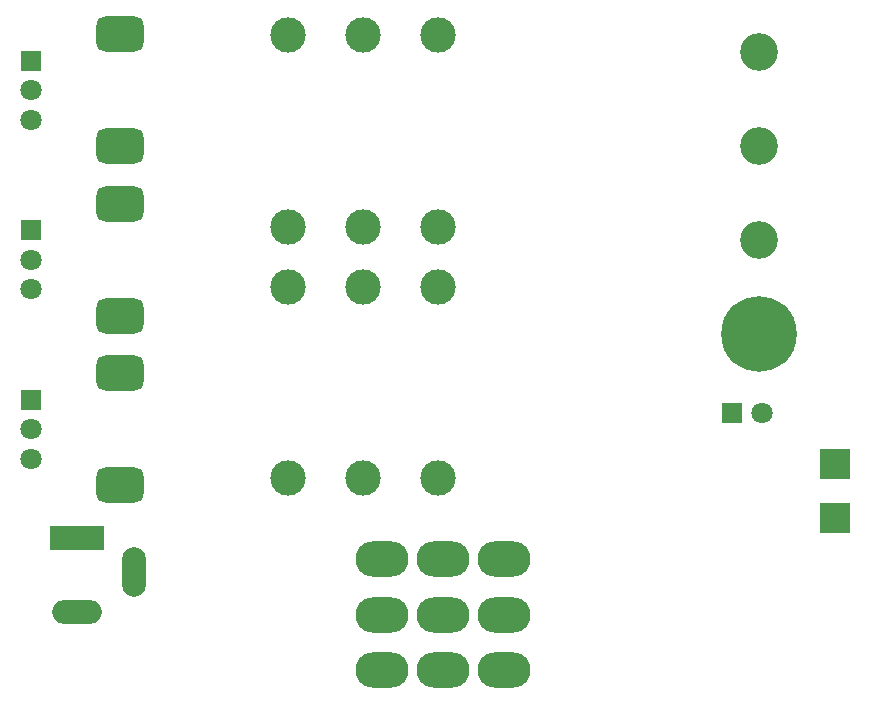
<source format=gbr>
%TF.GenerationSoftware,KiCad,Pcbnew,9.0.2*%
%TF.CreationDate,2025-06-30T18:01:48+12:00*%
%TF.ProjectId,Delay,44656c61-792e-46b6-9963-61645f706362,rev?*%
%TF.SameCoordinates,Original*%
%TF.FileFunction,Soldermask,Bot*%
%TF.FilePolarity,Negative*%
%FSLAX46Y46*%
G04 Gerber Fmt 4.6, Leading zero omitted, Abs format (unit mm)*
G04 Created by KiCad (PCBNEW 9.0.2) date 2025-06-30 18:01:48*
%MOMM*%
%LPD*%
G01*
G04 APERTURE LIST*
G04 Aperture macros list*
%AMRoundRect*
0 Rectangle with rounded corners*
0 $1 Rounding radius*
0 $2 $3 $4 $5 $6 $7 $8 $9 X,Y pos of 4 corners*
0 Add a 4 corners polygon primitive as box body*
4,1,4,$2,$3,$4,$5,$6,$7,$8,$9,$2,$3,0*
0 Add four circle primitives for the rounded corners*
1,1,$1+$1,$2,$3*
1,1,$1+$1,$4,$5*
1,1,$1+$1,$6,$7*
1,1,$1+$1,$8,$9*
0 Add four rect primitives between the rounded corners*
20,1,$1+$1,$2,$3,$4,$5,0*
20,1,$1+$1,$4,$5,$6,$7,0*
20,1,$1+$1,$6,$7,$8,$9,0*
20,1,$1+$1,$8,$9,$2,$3,0*%
G04 Aperture macros list end*
%ADD10C,0.800000*%
%ADD11C,6.400000*%
%ADD12R,2.500000X2.500000*%
%ADD13R,4.600000X2.000000*%
%ADD14O,4.200000X2.000000*%
%ADD15O,2.000000X4.200000*%
%ADD16C,3.200000*%
%ADD17R,1.800000X1.800000*%
%ADD18C,1.800000*%
%ADD19RoundRect,0.750000X-1.250000X-0.750000X1.250000X-0.750000X1.250000X0.750000X-1.250000X0.750000X0*%
%ADD20C,3.000000*%
%ADD21O,4.500000X3.000000*%
G04 APERTURE END LIST*
D10*
%TO.C,H4*%
X135685000Y-55940000D03*
X136387944Y-54242944D03*
X136387944Y-57637056D03*
X138085000Y-53540000D03*
D11*
X138085000Y-55940000D03*
D10*
X138085000Y-58340000D03*
X139782056Y-54242944D03*
X139782056Y-57637056D03*
X140485000Y-55940000D03*
%TD*%
D12*
%TO.C,TP2*%
X144500000Y-71500000D03*
%TD*%
%TO.C,TP1*%
X144500000Y-66950000D03*
%TD*%
D13*
%TO.C,J2*%
X80335000Y-73190000D03*
D14*
X80335000Y-79490000D03*
D15*
X85135000Y-76090000D03*
%TD*%
D16*
%TO.C,H3*%
X138085000Y-47990000D03*
%TD*%
D17*
%TO.C,REPEATS1*%
X76485000Y-47140000D03*
D18*
X76485000Y-49640000D03*
X76485000Y-52140000D03*
D19*
X83985000Y-44890000D03*
X83985000Y-54390000D03*
%TD*%
D17*
%TO.C,TIME1*%
X76485000Y-61490000D03*
D18*
X76485000Y-63990000D03*
X76485000Y-66490000D03*
D19*
X83985000Y-59240000D03*
X83985000Y-68740000D03*
%TD*%
D17*
%TO.C,LEVEL1*%
X76485000Y-32790000D03*
D18*
X76485000Y-35290000D03*
X76485000Y-37790000D03*
D19*
X83985000Y-30540000D03*
X83985000Y-40040000D03*
%TD*%
D16*
%TO.C,H2*%
X138085000Y-40040000D03*
%TD*%
D20*
%TO.C,J5*%
X104585000Y-51920000D03*
X104585000Y-68150000D03*
X110935000Y-51920000D03*
X110935000Y-68150000D03*
X98235000Y-51920000D03*
X98235000Y-68150000D03*
%TD*%
D16*
%TO.C,H1*%
X138085000Y-32090000D03*
%TD*%
D20*
%TO.C,J4*%
X104585000Y-30640000D03*
X104585000Y-46870000D03*
X110935000Y-30640000D03*
X110935000Y-46870000D03*
X98235000Y-30640000D03*
X98235000Y-46870000D03*
%TD*%
D21*
%TO.C,S1*%
X106140000Y-75025000D03*
X106140000Y-79725000D03*
X106140000Y-84425000D03*
X111340000Y-75025000D03*
X111340000Y-79725000D03*
X111340000Y-84425000D03*
X116540000Y-75025000D03*
X116540000Y-79725000D03*
X116540000Y-84425000D03*
%TD*%
D17*
%TO.C,D1*%
X135785000Y-62650000D03*
D18*
X138325000Y-62650000D03*
%TD*%
M02*

</source>
